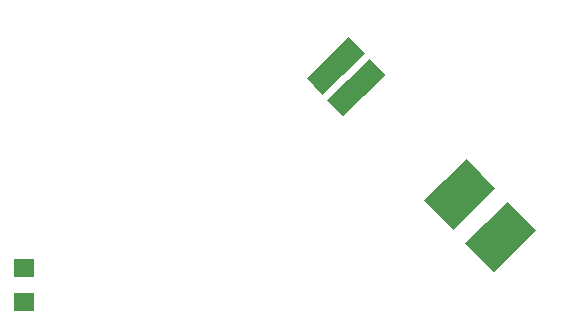
<source format=gbr>
G04 EAGLE Gerber RS-274X export*
G75*
%MOMM*%
%FSLAX34Y34*%
%LPD*%
%INSolderpaste Bottom*%
%IPPOS*%
%AMOC8*
5,1,8,0,0,1.08239X$1,22.5*%
G01*
%ADD10R,1.803000X1.600000*%
%ADD11R,1.900000X5.000000*%
%ADD12R,3.500000X5.000000*%


D10*
X-140953Y33544D03*
X-140953Y61984D03*
D11*
G36*
X111562Y209157D02*
X98387Y222848D01*
X134414Y257517D01*
X147589Y243826D01*
X111562Y209157D01*
G37*
G36*
X128897Y191143D02*
X115722Y204834D01*
X151749Y239503D01*
X164924Y225812D01*
X128897Y191143D01*
G37*
D12*
G36*
X221813Y94590D02*
X197544Y119809D01*
X233571Y154478D01*
X257840Y129259D01*
X221813Y94590D01*
G37*
G36*
X256483Y58562D02*
X232214Y83781D01*
X268241Y118450D01*
X292510Y93231D01*
X256483Y58562D01*
G37*
M02*

</source>
